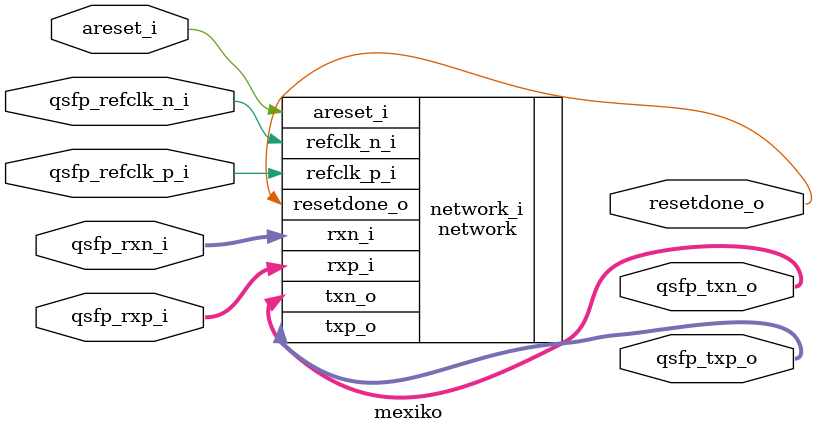
<source format=sv>
`timescale 1ns / 1ps

module mexiko(
    input             qsfp_refclk_p_i,
    input             qsfp_refclk_n_i,
    input             areset_i,
    output            resetdone_o,

    output [0:7]      qsfp_txp_o,
    output [0:7]      qsfp_txn_o,
    input  [0:7]      qsfp_rxp_i,
    input  [0:7]      qsfp_rxn_i
);

  network network_i (
    .refclk_p_i(qsfp_refclk_p_i),
    .refclk_n_i(qsfp_refclk_n_i),
    .areset_i(areset_i),
    .resetdone_o(resetdone_o),
    .txp_o(qsfp_txp_o),
    .txn_o(qsfp_txn_o),
    .rxp_i(qsfp_rxp_i),
    .rxn_i(qsfp_rxn_i)
  );

endmodule

</source>
